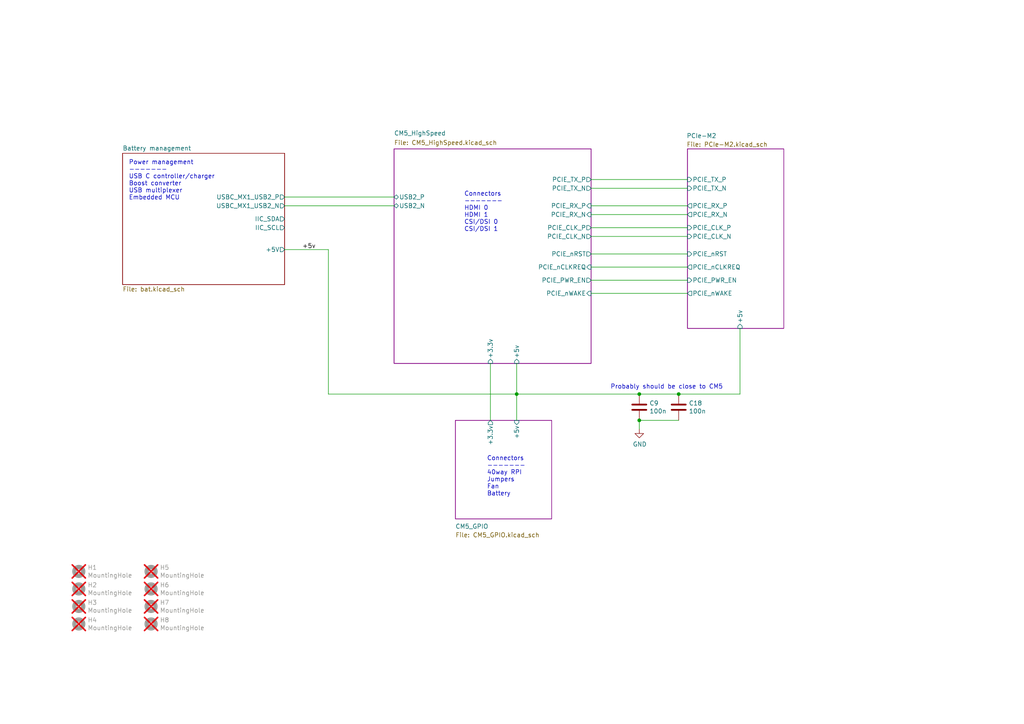
<source format=kicad_sch>
(kicad_sch (version 20231120) (generator "eeschema") (generator_version "8.0")
  (paper "A4")
  (title_block (title "Compute Module 5 IO Board - Top Level") (rev "1") (company "Copyright © 2024 Raspberry Pi Ltd.") (comment 1 "www.raspberrypi.com"))
  (lib_symbols
    (symbol "Device:C" (pin_numbers hide) (pin_names (offset 0.254))
      (property "Reference" "C" (at 0.635 2.54 0))
      (property "Value" "C" (at 0.635 -2.54 0))
      (symbol "C_0_1"
        (polyline (pts (xy -2.032 -0.762) (xy 2.032 -0.762)) (stroke (width 0.508)))
        (polyline (pts (xy -2.032 0.762) (xy 2.032 0.762)) (stroke (width 0.508)))
      )
      (symbol "C_1_1"
        (pin passive line (at 0 3.81 270) (length 2.794) (name "~") (number "1"))
        (pin passive line (at 0 -3.81 90) (length 2.794) (name "~") (number "2"))
      )
    )
    (symbol "Mechanical:MountingHole" (pin_names (offset 1.016))
      (property "Reference" "H" (at 0 5.08 0))
      (property "Value" "MountingHole" (at 0 3.175 0))
      (symbol "MountingHole_0_1"
        (circle (center 0 0) (radius 1.27) (stroke (width 1.27)))
      )
    )
    (symbol "power:GND" (power) (pin_numbers hide) (pin_names (offset 0) hide)
      (property "Value" "GND" (at 0 -3.81 0))
      (symbol "GND_0_1"
        (polyline (pts (xy 0 0) (xy 0 -1.27) (xy 1.27 -1.27) (xy 0 -2.54) (xy -1.27 -1.27) (xy 0 -1.27)))
      )
      (symbol "GND_1_1"
        (pin power_in line (at 0 0 270) (length 0) (name "~") (number "1"))
      )
    )
  )
  (junction (at 149.86 114.3))
  (junction (at 196.85 114.3))
  (junction (at 185.42 121.92))
  (junction (at 185.42 114.3))
  (wire (pts (xy 171.45 62.23) (xy 199.39 62.23)))
  (wire (pts (xy 171.45 77.47) (xy 199.39 77.47)))
  (wire (pts (xy 171.45 52.07) (xy 199.39 52.07)))
  (wire (pts (xy 185.42 121.92) (xy 196.85 121.92)))
  (wire (pts (xy 196.85 114.3) (xy 185.42 114.3)))
  (wire (pts (xy 214.63 95.25) (xy 214.63 114.3)))
  (wire (pts (xy 95.25 114.3) (xy 149.86 114.3)))
  (wire (pts (xy 171.45 66.04) (xy 199.39 66.04)))
  (wire (pts (xy 149.86 114.3) (xy 149.86 121.92)))
  (wire (pts (xy 149.86 105.41) (xy 149.86 114.3)))
  (wire (pts (xy 149.86 114.3) (xy 185.42 114.3)))
  (wire (pts (xy 171.45 59.69) (xy 199.39 59.69)))
  (wire (pts (xy 185.42 121.92) (xy 185.42 124.46)))
  (wire (pts (xy 171.45 73.66) (xy 199.39 73.66)))
  (wire (pts (xy 171.45 81.28) (xy 199.39 81.28)))
  (wire (pts (xy 82.55 59.69) (xy 114.3 59.69)))
  (wire (pts (xy 171.45 68.58) (xy 199.39 68.58)))
  (wire (pts (xy 95.25 72.39) (xy 95.25 114.3)))
  (wire (pts (xy 196.85 114.3) (xy 214.63 114.3)))
  (wire (pts (xy 82.55 72.39) (xy 95.25 72.39)))
  (wire (pts (xy 82.55 57.15) (xy 114.3 57.15)))
  (wire (pts (xy 142.24 105.41) (xy 142.24 121.92)))
  (wire (pts (xy 171.45 54.61) (xy 199.39 54.61)))
  (wire (pts (xy 171.45 85.09) (xy 199.39 85.09)))
  (text "Connectors\n-------\n40way RPI\nJumpers\nFan\nBattery" (at 141.224 144.018 0) (effects (font (size 1.27 1.27)) (justify left bottom)))
  (text "Probably should be close to CM5" (at 177.038 113.03 0) (effects (font (size 1.27 1.27)) (justify left bottom)))
  (text "Power management\n-------\nUSB C controller/charger\nBoost converter\nUSB multiplexer\nEmbedded MCU\n" (at 37.338 58.166 0) (effects (font (size 1.27 1.27)) (justify left bottom)))
  (text "Connectors\n-------\nHDMI 0\nHDMI 1\nCSI/DSI 0\nCSI/DSI 1" (at 134.62 67.31 0) (effects (font (size 1.27 1.27)) (justify left bottom)))
  (label "+5v" (at 87.63 72.39 0))
  (symbol (lib_id "Mechanical:MountingHole") (at 22.86 180.975 0) (unit 1) (exclude_from_sim yes) (in_bom no) (dnp yes)
    (property "Reference" "H4" (at 25.4 179.832 0) (effects (justify left)))
    (property "Value" "MountingHole" (at 25.4 182.118 0) (effects (justify left)))
    (property "Footprint" "CM5IO:MountingHole_2.7mm_M2.5_DIN965" (effects (hide yes)))
    (property "Field4" "nf" (effects (hide yes)))
    (property "Field5" "nf" (effects (hide yes)))
    (property "Field6" "nf" (effects (hide yes)))
    (property "Field7" "nf" (effects (hide yes)))
    (property "Part Description" "M2.5 mounting hole" (effects (hide yes)))
  )
  (symbol (lib_id "Mechanical:MountingHole") (at 22.86 175.895 0) (unit 1) (exclude_from_sim yes) (in_bom no) (dnp yes)
    (property "Reference" "H3" (at 25.4 174.752 0) (effects (justify left)))
    (property "Value" "MountingHole" (at 25.4 177.038 0) (effects (justify left)))
    (property "Footprint" "CM5IO:MountingHole_2.7mm_M2.5_DIN965" (effects (hide yes)))
    (property "Field4" "nf" (effects (hide yes)))
    (property "Field5" "nf" (effects (hide yes)))
    (property "Field6" "nf" (effects (hide yes)))
    (property "Field7" "nf" (effects (hide yes)))
    (property "Part Description" "M2.5 mounting hole" (effects (hide yes)))
  )
  (symbol (lib_id "Mechanical:MountingHole") (at 22.86 170.815 0) (unit 1) (exclude_from_sim yes) (in_bom no) (dnp yes)
    (property "Reference" "H2" (at 25.4 169.672 0) (effects (justify left)))
    (property "Value" "MountingHole" (at 25.4 171.958 0) (effects (justify left)))
    (property "Footprint" "CM5IO:MountingHole_2.7mm_M2.5_DIN965" (effects (hide yes)))
    (property "Field4" "nf" (effects (hide yes)))
    (property "Field5" "nf" (effects (hide yes)))
    (property "Field6" "nf" (effects (hide yes)))
    (property "Field7" "nf" (effects (hide yes)))
    (property "Part Description" "M2.5 mounting hole" (effects (hide yes)))
  )
  (symbol (lib_id "Mechanical:MountingHole") (at 22.86 165.735 0) (unit 1) (exclude_from_sim yes) (in_bom no) (dnp yes)
    (property "Reference" "H1" (at 25.4 164.592 0) (effects (justify left)))
    (property "Value" "MountingHole" (at 25.4 166.878 0) (effects (justify left)))
    (property "Footprint" "CM5IO:MountingHole_2.7mm_M2.5_DIN965" (effects (hide yes)))
    (property "Field4" "nf" (effects (hide yes)))
    (property "Field5" "nf" (effects (hide yes)))
    (property "Field6" "nf" (effects (hide yes)))
    (property "Field7" "nf" (effects (hide yes)))
    (property "Part Description" "M2.5 mounting hole" (effects (hide yes)))
  )
  (symbol (lib_id "Mechanical:MountingHole") (at 43.815 165.735 0) (unit 1) (exclude_from_sim yes) (in_bom no) (dnp yes)
    (property "Reference" "H5" (at 46.355 164.592 0) (effects (justify left)))
    (property "Value" "MountingHole" (at 46.355 166.878 0) (effects (justify left)))
    (property "Footprint" "CM5IO:MountingHole_2.7mm_M2.5_DIN965" (effects (hide yes)))
    (property "Field4" "nf" (effects (hide yes)))
    (property "Field5" "nf" (effects (hide yes)))
    (property "Field6" "nf" (effects (hide yes)))
    (property "Field7" "nf" (effects (hide yes)))
    (property "Part Description" "M2.5 mounting hole" (effects (hide yes)))
  )
  (symbol (lib_id "Mechanical:MountingHole") (at 43.815 180.975 0) (unit 1) (exclude_from_sim yes) (in_bom no) (dnp yes)
    (property "Reference" "H8" (at 46.355 179.832 0) (effects (justify left)))
    (property "Value" "MountingHole" (at 46.355 182.118 0) (effects (justify left)))
    (property "Footprint" "CM5IO:MountingHole_2.7mm_M2.5_DIN965" (effects (hide yes)))
    (property "Field4" "nf" (effects (hide yes)))
    (property "Field5" "nf" (effects (hide yes)))
    (property "Field6" "nf" (effects (hide yes)))
    (property "Field7" "nf" (effects (hide yes)))
    (property "Part Description" "M2.5 mounting hole" (effects (hide yes)))
  )
  (symbol (lib_id "Mechanical:MountingHole") (at 43.815 175.895 0) (unit 1) (exclude_from_sim yes) (in_bom no) (dnp yes)
    (property "Reference" "H7" (at 46.355 174.752 0) (effects (justify left)))
    (property "Value" "MountingHole" (at 46.355 177.038 0) (effects (justify left)))
    (property "Footprint" "CM5IO:MountingHole_2.7mm_M2.5_DIN965" (effects (hide yes)))
    (property "Field4" "nf" (effects (hide yes)))
    (property "Field5" "nf" (effects (hide yes)))
    (property "Field6" "nf" (effects (hide yes)))
    (property "Field7" "nf" (effects (hide yes)))
    (property "Part Description" "M2.5 mounting hole" (effects (hide yes)))
  )
  (symbol (lib_id "Mechanical:MountingHole") (at 43.815 170.815 0) (unit 1) (exclude_from_sim yes) (in_bom no) (dnp yes)
    (property "Reference" "H6" (at 46.355 169.672 0) (effects (justify left)))
    (property "Value" "MountingHole" (at 46.355 171.958 0) (effects (justify left)))
    (property "Footprint" "CM5IO:MountingHole_2.7mm_M2.5_DIN965" (effects (hide yes)))
    (property "Field4" "nf" (effects (hide yes)))
    (property "Field5" "nf" (effects (hide yes)))
    (property "Field6" "nf" (effects (hide yes)))
    (property "Field7" "nf" (effects (hide yes)))
    (property "Part Description" "M2.5 mounting hole" (effects (hide yes)))
  )
  (symbol (lib_id "Device:C") (at 196.85 118.11 0) (unit 1)
    (property "Reference" "C18" (at 199.771 116.9416 0) (effects (justify left)))
    (property "Value" "100n" (at 199.771 119.253 0) (effects (justify left)))
    (property "Footprint" "Capacitor_SMD:C_0805_2012Metric_Pad1.18x1.45mm_HandSolder" (effects (hide yes)))
    (property "Datasheet" "https://search.murata.co.jp/Ceramy/image/img/A01X/G101/ENG/GRM155R71C104KA88-01.pdf" (effects (hide yes)))
    (property "Field4" "Farnell" (effects (hide yes)))
    (property "Field5" "2611911" (effects (hide yes)))
    (property "Field6" "RM EMK105 B7104KV-F" (effects (hide yes)))
    (property "Field7" "TAIYO YUDEN EUROPE GMBH" (effects (hide yes)))
    (property "Field8" "110091611" (effects (hide yes)))
    (property "Part Description" "	0.1uF 10% 16V Ceramic Capacitor X7R 0402 (1005 Metric)" (effects (hide yes)))
  )
  (symbol (lib_id "Device:C") (at 185.42 118.11 0) (unit 1)
    (property "Reference" "C9" (at 188.341 116.9416 0) (effects (justify left)))
    (property "Value" "100n" (at 188.341 119.253 0) (effects (justify left)))
    (property "Footprint" "Capacitor_SMD:C_0805_2012Metric_Pad1.18x1.45mm_HandSolder" (effects (hide yes)))
    (property "Datasheet" "https://search.murata.co.jp/Ceramy/image/img/A01X/G101/ENG/GRM155R71C104KA88-01.pdf" (effects (hide yes)))
    (property "Field4" "Farnell" (effects (hide yes)))
    (property "Field5" "2611911" (effects (hide yes)))
    (property "Field6" "RM EMK105 B7104KV-F" (effects (hide yes)))
    (property "Field7" "TAIYO YUDEN EUROPE GMBH" (effects (hide yes)))
    (property "Field8" "110091611" (effects (hide yes)))
    (property "Part Description" "	0.1uF 10% 16V Ceramic Capacitor X7R 0402 (1005 Metric)" (effects (hide yes)))
  )
  (symbol (lib_id "power:GND") (at 185.42 124.46 0) (unit 1)
    (property "Reference" "#PWR013" (effects (hide yes)))
    (property "Value" "GND" (at 185.547 128.8542 0))
    (property "Description" "Power symbol creates a global label with name \"GND\" , ground" (effects (hide yes)))
  )
  (sheet (at 132.08 121.92) (size 27.94 28.575) (stroke (width 0.1524) (color 132 0 132 1)) (fill (color 255 255 255 0.0000))
    (property "Sheetname" "CM5_GPIO" (at 132.08 153.416 0) (effects (justify left bottom)))
    (property "Sheetfile" "CM5_GPIO.kicad_sch" (at 132.08 154.432 0) (effects (justify left top)))
    (pin "+5v" input (at 149.86 121.92 90))
    (pin "+3.3v" output (at 142.24 121.92 90))
  )
  (sheet (at 114.3 43.18) (size 57.15 62.23) (stroke (width 0.1524) (color 132 0 132 1)) (fill (color 255 255 255 0.0000))
    (property "Sheetname" "CM5_HighSpeed" (at 114.3 39.37 0) (effects (justify left bottom)))
    (property "Sheetfile" "CM5_HighSpeed.kicad_sch" (at 114.3 40.64 0) (effects (justify left top)))
    (pin "USB2_N" bidirectional (at 114.3 59.69 180))
    (pin "USB2_P" bidirectional (at 114.3 57.15 180))
    (pin "+5v" input (at 149.86 105.41 270))
    (pin "PCIE_CLK_P" output (at 171.45 66.04 0))
    (pin "PCIE_CLK_N" output (at 171.45 68.58 0))
    (pin "PCIE_TX_P" output (at 171.45 52.07 0))
    (pin "PCIE_TX_N" output (at 171.45 54.61 0))
    (pin "PCIE_nRST" output (at 171.45 73.66 0))
    (pin "PCIE_RX_P" input (at 171.45 59.69 0))
    (pin "PCIE_RX_N" input (at 171.45 62.23 0))
    (pin "PCIE_nCLKREQ" input (at 171.45 77.47 0))
    (pin "+3.3v" input (at 142.24 105.41 270))
    (pin "PCIE_PWR_EN" output (at 171.45 81.28 0))
    (pin "PCIE_nWAKE" input (at 171.45 85.09 0))
  )
  (sheet (at 199.39 43.18) (size 27.94 52.07) (stroke (width 0.152) (color 132 0 132 1)) (fill (color 255 255 255 0.0000))
    (property "Sheetname" "PCIe-M2" (at 199.136 40.132 0) (effects (justify left bottom)))
    (property "Sheetfile" "PCIe-M2.kicad_sch" (at 199.136 41.148 0) (effects (justify left top)))
    (pin "PCIE_CLK_P" input (at 199.39 66.04 180))
    (pin "PCIE_CLK_N" input (at 199.39 68.58 180))
    (pin "PCIE_TX_P" input (at 199.39 52.07 180))
    (pin "PCIE_TX_N" input (at 199.39 54.61 180))
    (pin "PCIE_nCLKREQ" output (at 199.39 77.47 180))
    (pin "PCIE_nRST" input (at 199.39 73.66 180))
    (pin "PCIE_RX_P" output (at 199.39 59.69 180))
    (pin "PCIE_RX_N" output (at 199.39 62.23 180))
    (pin "+5v" input (at 214.63 95.25 270))
    (pin "PCIE_PWR_EN" input (at 199.39 81.28 180))
    (pin "PCIE_nWAKE" output (at 199.39 85.09 180))
  )
  (sheet (at 35.56 44.45) (size 46.99 38.1) (stroke (width 0.1524))
    (property "Sheetname" "Battery management" (at 35.56 43.7384 0) (effects (justify left bottom)))
    (property "Sheetfile" "bat.kicad_sch" (at 35.56 83.1346 0) (effects (justify left top)))
    (pin "+5V" output (at 82.55 72.39 0))
    (pin "IIC_SDA" output (at 82.55 63.5 0))
    (pin "IIC_SCL" output (at 82.55 66.04 0))
    (pin "USBC_MX1_USB2_N" output (at 82.55 59.69 0))
    (pin "USBC_MX1_USB2_P" output (at 82.55 57.15 0))
  )
)
</source>
